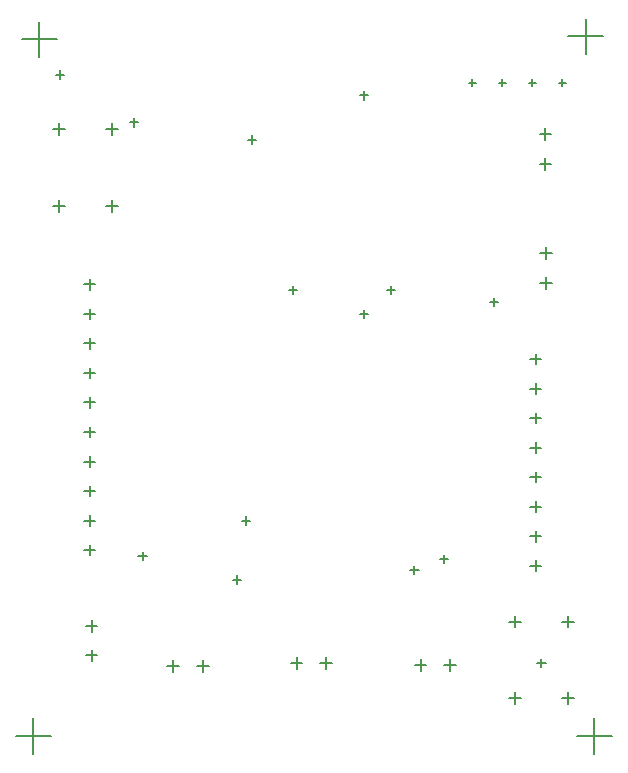
<source format=gbr>
G04*
G04 #@! TF.GenerationSoftware,Altium Limited,Altium Designer,24.2.2 (26)*
G04*
G04 Layer_Color=128*
%FSLAX43Y43*%
%MOMM*%
G71*
G04*
G04 #@! TF.SameCoordinates,78AD72C9-59E1-4A50-B3D3-B96FA2B5B495*
G04*
G04*
G04 #@! TF.FilePolarity,Positive*
G04*
G01*
G75*
%ADD59C,0.127*%
D59*
X6675Y9075D02*
X7675D01*
X7175Y8575D02*
Y9575D01*
X6675Y11575D02*
X7675D01*
X7175Y11075D02*
Y12075D01*
X6550Y18000D02*
X7450D01*
X7000Y17550D02*
Y18450D01*
X6550Y20500D02*
X7450D01*
X7000Y20050D02*
Y20950D01*
X6550Y23000D02*
X7450D01*
X7000Y22550D02*
Y23450D01*
X6550Y25500D02*
X7450D01*
X7000Y25050D02*
Y25950D01*
X6550Y28000D02*
X7450D01*
X7000Y27550D02*
Y28450D01*
X6550Y30500D02*
X7450D01*
X7000Y30050D02*
Y30950D01*
X6550Y33000D02*
X7450D01*
X7000Y32550D02*
Y33450D01*
X6550Y35500D02*
X7450D01*
X7000Y35050D02*
Y35950D01*
X6550Y38000D02*
X7450D01*
X7000Y37550D02*
Y38450D01*
X6550Y40500D02*
X7450D01*
X7000Y40050D02*
Y40950D01*
X45100Y50700D02*
X46100D01*
X45600Y50200D02*
Y51200D01*
X45100Y53200D02*
X46100D01*
X45600Y52700D02*
Y53700D01*
X45125Y40625D02*
X46125D01*
X45625Y40125D02*
Y41125D01*
X45125Y43125D02*
X46125D01*
X45625Y42625D02*
Y43625D01*
X44325Y34175D02*
X45225D01*
X44775Y33725D02*
Y34625D01*
X44325Y31675D02*
X45225D01*
X44775Y31225D02*
Y32125D01*
X44325Y29175D02*
X45225D01*
X44775Y28725D02*
Y29625D01*
X44325Y26675D02*
X45225D01*
X44775Y26225D02*
Y27125D01*
X44325Y24175D02*
X45225D01*
X44775Y23725D02*
Y24625D01*
X44325Y21675D02*
X45225D01*
X44775Y21225D02*
Y22125D01*
X44325Y19175D02*
X45225D01*
X44775Y18725D02*
Y19625D01*
X44325Y16675D02*
X45225D01*
X44775Y16225D02*
Y17125D01*
X47005Y11950D02*
X47995D01*
X47500Y11455D02*
Y12445D01*
X42505Y11950D02*
X43495D01*
X43000Y11455D02*
Y12445D01*
X42505Y5450D02*
X43495D01*
X43000Y4955D02*
Y5945D01*
X47005Y5450D02*
X47995D01*
X47500Y4955D02*
Y5945D01*
X26525Y8425D02*
X27525D01*
X27025Y7925D02*
Y8925D01*
X24025Y8425D02*
X25025D01*
X24525Y7925D02*
Y8925D01*
X37025Y8275D02*
X38025D01*
X37525Y7775D02*
Y8775D01*
X34525Y8275D02*
X35525D01*
X35025Y7775D02*
Y8775D01*
X3905Y47150D02*
X4895D01*
X4400Y46655D02*
Y47645D01*
X8405Y47150D02*
X9395D01*
X8900Y46655D02*
Y47645D01*
X8405Y53650D02*
X9395D01*
X8900Y53155D02*
Y54145D01*
X3905Y53650D02*
X4895D01*
X4400Y53155D02*
Y54145D01*
X16075Y8175D02*
X17075D01*
X16575Y7675D02*
Y8675D01*
X13575Y8175D02*
X14575D01*
X14075Y7675D02*
Y8675D01*
X39092Y57575D02*
X39728D01*
X39410Y57257D02*
Y57893D01*
X41632Y57575D02*
X42268D01*
X41950Y57257D02*
Y57893D01*
X44173Y57575D02*
X44807D01*
X44490Y57257D02*
Y57893D01*
X46713Y57575D02*
X47347D01*
X47030Y57257D02*
Y57893D01*
X1250Y61250D02*
X4250D01*
X2750Y59750D02*
Y62750D01*
X47500Y61500D02*
X50500D01*
X49000Y60000D02*
Y63000D01*
X750Y2250D02*
X3750D01*
X2250Y750D02*
Y3750D01*
X48250Y2250D02*
X51250D01*
X49750Y750D02*
Y3750D01*
X44894Y8450D02*
X45606D01*
X45250Y8094D02*
Y8806D01*
X19894Y20500D02*
X20606D01*
X20250Y20144D02*
Y20856D01*
X19144Y15500D02*
X19856D01*
X19500Y15144D02*
Y15856D01*
X11144Y17500D02*
X11856D01*
X11500Y17144D02*
Y17856D01*
X23894Y40000D02*
X24606D01*
X24250Y39644D02*
Y40356D01*
X20394Y52750D02*
X21106D01*
X20750Y52394D02*
Y53106D01*
X29894Y38000D02*
X30606D01*
X30250Y37644D02*
Y38356D01*
X34144Y16325D02*
X34856D01*
X34500Y15969D02*
Y16681D01*
X32144Y40039D02*
X32856D01*
X32500Y39683D02*
Y40395D01*
X40894Y39000D02*
X41606D01*
X41250Y38644D02*
Y39356D01*
X36644Y17250D02*
X37356D01*
X37000Y16894D02*
Y17606D01*
X29894Y56500D02*
X30606D01*
X30250Y56144D02*
Y56856D01*
X4144Y58250D02*
X4856D01*
X4500Y57894D02*
Y58606D01*
X10394Y54211D02*
X11106D01*
X10750Y53855D02*
Y54567D01*
M02*

</source>
